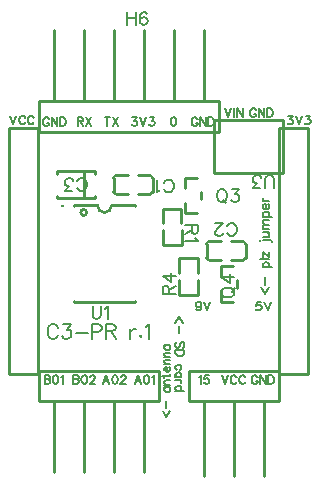
<source format=gto>
G04 Layer: TopSilkLayer*
G04 EasyEDA v6.3.53, 2020-06-11T20:36:36+02:00*
G04 f86898c5f0de4d6e8d1821827ec38a2b,d798ca008b2c48fc9d28453cf4f639a5,10*
G04 Gerber Generator version 0.2*
G04 Scale: 100 percent, Rotated: No, Reflected: No *
G04 Dimensions in millimeters *
G04 leading zeros omitted , absolute positions ,3 integer and 3 decimal *
%FSLAX33Y33*%
%MOMM*%
G90*
G71D02*

%ADD10C,0.254000*%
%ADD29C,0.203200*%
%ADD30C,0.152400*%
%ADD31C,0.202997*%

%LPD*%
G54D10*
G01X17145Y2159D02*
G01X17145Y-4191D01*
G01X19685Y2159D02*
G01X19685Y-4191D01*
G01X22225Y2159D02*
G01X22225Y-4191D01*
G01X23495Y2159D02*
G01X15875Y2159D01*
G01X15875Y4699D01*
G01X23495Y4699D01*
G01X23495Y2159D01*
G01X16955Y19244D02*
G01X16955Y19871D01*
G01X15556Y18058D02*
G01X15556Y18922D01*
G01X15556Y20193D02*
G01X15556Y21057D01*
G01X15556Y18058D02*
G01X16556Y18058D01*
G01X15556Y21057D02*
G01X16556Y21057D01*
G01X20003Y11751D02*
G01X20003Y12378D01*
G01X18604Y10565D02*
G01X18604Y11429D01*
G01X18604Y12700D02*
G01X18604Y13564D01*
G01X18604Y10565D02*
G01X19604Y10565D01*
G01X18604Y13564D02*
G01X19604Y13564D01*
G01X7950Y21590D02*
G01X6478Y21590D01*
G01X6478Y21590D01*
G01X4750Y21590D01*
G01X7949Y19304D02*
G01X4749Y19304D01*
G01X7949Y19304D02*
G01X7949Y19515D01*
G01X7949Y21378D02*
G01X7949Y21590D01*
G01X4749Y19304D02*
G01X4749Y19515D01*
G01X4749Y21378D02*
G01X4749Y21590D01*
G01X7039Y19304D02*
G01X7039Y21590D01*
G01X25984Y25268D02*
G01X25984Y4449D01*
G01X25984Y4449D02*
G01X23545Y4449D01*
G01X23545Y4449D02*
G01X23545Y25268D01*
G01X23545Y25268D02*
G01X25984Y25268D01*
G01X685Y4449D02*
G01X685Y25268D01*
G01X685Y25268D02*
G01X3124Y25268D01*
G01X3124Y25268D02*
G01X3124Y4449D01*
G01X3124Y4449D02*
G01X685Y4449D01*
G01X15278Y18440D02*
G01X13677Y18440D01*
G01X13683Y16590D02*
G01X13683Y15340D01*
G01X15283Y16590D02*
G01X15283Y15340D01*
G01X13677Y17190D02*
G01X13677Y18440D01*
G01X15278Y17190D02*
G01X15278Y18440D01*
G01X15283Y15340D02*
G01X13683Y15340D01*
G01X15074Y11150D02*
G01X16675Y11150D01*
G01X16669Y13000D02*
G01X16669Y14250D01*
G01X15069Y13000D02*
G01X15069Y14250D01*
G01X16675Y12400D02*
G01X16675Y11150D01*
G01X15074Y12400D02*
G01X15074Y11150D01*
G01X15069Y14250D02*
G01X16669Y14250D01*
G01X6163Y10505D02*
G01X11362Y10505D01*
G01X11362Y18704D02*
G01X11362Y18620D01*
G01X11362Y10589D02*
G01X11362Y10505D01*
G01X6163Y18704D02*
G01X6163Y18620D01*
G01X6163Y10589D02*
G01X6163Y10505D01*
G01X11362Y18704D02*
G01X9362Y18704D01*
G01X6163Y18704D02*
G01X8163Y18704D01*
G01X9525Y19846D02*
G01X9525Y21046D01*
G01X11575Y19646D02*
G01X12575Y19646D01*
G01X11575Y21247D02*
G01X12575Y21247D01*
G01X10775Y19646D02*
G01X9776Y19646D01*
G01X10775Y21247D02*
G01X9776Y21247D01*
G01X12826Y19846D02*
G01X12826Y21046D01*
G01X12626Y19646D02*
G01X12575Y19646D01*
G01X12625Y21247D02*
G01X12575Y21247D01*
G01X9725Y19646D02*
G01X9776Y19646D01*
G01X9726Y21247D02*
G01X9776Y21247D01*
G01X17399Y14258D02*
G01X17399Y15458D01*
G01X19449Y14058D02*
G01X20449Y14058D01*
G01X19449Y15659D02*
G01X20449Y15659D01*
G01X18649Y14058D02*
G01X17650Y14058D01*
G01X18649Y15659D02*
G01X17650Y15659D01*
G01X20700Y14258D02*
G01X20700Y15458D01*
G01X20500Y14058D02*
G01X20449Y14058D01*
G01X20499Y15659D02*
G01X20449Y15659D01*
G01X17599Y14058D02*
G01X17650Y14058D01*
G01X17600Y15659D02*
G01X17650Y15659D01*
G01X6985Y2159D02*
G01X6985Y-3841D01*
G01X9525Y2159D02*
G01X9525Y-3841D01*
G01X4445Y2159D02*
G01X4445Y-3841D01*
G01X12065Y2159D02*
G01X12065Y-3841D01*
G01X13335Y2159D02*
G01X3175Y2159D01*
G01X3175Y4699D01*
G01X13335Y4699D01*
G01X13335Y2159D01*
G01X23901Y21412D02*
G01X18059Y21412D01*
G01X18059Y21412D02*
G01X18059Y25908D01*
G01X18059Y25908D02*
G01X23901Y25908D01*
G01X23901Y25908D02*
G01X23901Y21412D01*
G01X4445Y27559D02*
G01X4445Y33559D01*
G01X6985Y27559D02*
G01X6985Y33559D01*
G01X9525Y27559D02*
G01X9525Y33559D01*
G01X12065Y27559D02*
G01X12065Y33559D01*
G01X14605Y27559D02*
G01X14605Y33559D01*
G01X17145Y27559D02*
G01X17145Y33559D01*
G01X3175Y27559D02*
G01X18415Y27559D01*
G01X18415Y24892D01*
G01X3175Y24892D01*
G01X3175Y27559D01*
G54D29*
G01X3683Y4312D02*
G01X3683Y3596D01*
G01X3683Y4312D02*
G01X3990Y4312D01*
G01X4091Y4279D01*
G01X4124Y4244D01*
G01X4160Y4175D01*
G01X4160Y4107D01*
G01X4124Y4041D01*
G01X4091Y4005D01*
G01X3990Y3972D01*
G01X3683Y3972D02*
G01X3990Y3972D01*
G01X4091Y3937D01*
G01X4124Y3903D01*
G01X4160Y3835D01*
G01X4160Y3733D01*
G01X4124Y3665D01*
G01X4091Y3632D01*
G01X3990Y3596D01*
G01X3683Y3596D01*
G01X4589Y4312D02*
G01X4488Y4279D01*
G01X4419Y4175D01*
G01X4384Y4005D01*
G01X4384Y3903D01*
G01X4419Y3733D01*
G01X4488Y3632D01*
G01X4589Y3596D01*
G01X4658Y3596D01*
G01X4759Y3632D01*
G01X4828Y3733D01*
G01X4861Y3903D01*
G01X4861Y4005D01*
G01X4828Y4175D01*
G01X4759Y4279D01*
G01X4658Y4312D01*
G01X4589Y4312D01*
G01X5087Y4175D02*
G01X5156Y4211D01*
G01X5257Y4312D01*
G01X5257Y3596D01*
G01X6096Y4312D02*
G01X6096Y3596D01*
G01X6096Y4312D02*
G01X6403Y4312D01*
G01X6504Y4279D01*
G01X6537Y4244D01*
G01X6573Y4175D01*
G01X6573Y4107D01*
G01X6537Y4041D01*
G01X6504Y4005D01*
G01X6403Y3972D01*
G01X6096Y3972D02*
G01X6403Y3972D01*
G01X6504Y3937D01*
G01X6537Y3903D01*
G01X6573Y3835D01*
G01X6573Y3733D01*
G01X6537Y3665D01*
G01X6504Y3632D01*
G01X6403Y3596D01*
G01X6096Y3596D01*
G01X7002Y4312D02*
G01X6901Y4279D01*
G01X6832Y4175D01*
G01X6797Y4005D01*
G01X6797Y3903D01*
G01X6832Y3733D01*
G01X6901Y3632D01*
G01X7002Y3596D01*
G01X7071Y3596D01*
G01X7172Y3632D01*
G01X7241Y3733D01*
G01X7274Y3903D01*
G01X7274Y4005D01*
G01X7241Y4175D01*
G01X7172Y4279D01*
G01X7071Y4312D01*
G01X7002Y4312D01*
G01X7533Y4142D02*
G01X7533Y4175D01*
G01X7569Y4244D01*
G01X7602Y4279D01*
G01X7670Y4312D01*
G01X7807Y4312D01*
G01X7876Y4279D01*
G01X7909Y4244D01*
G01X7942Y4175D01*
G01X7942Y4107D01*
G01X7909Y4041D01*
G01X7840Y3937D01*
G01X7500Y3596D01*
G01X7978Y3596D01*
G01X8907Y4312D02*
G01X8636Y3596D01*
G01X8907Y4312D02*
G01X9182Y3596D01*
G01X8737Y3835D02*
G01X9077Y3835D01*
G01X9611Y4312D02*
G01X9509Y4279D01*
G01X9441Y4175D01*
G01X9405Y4005D01*
G01X9405Y3903D01*
G01X9441Y3733D01*
G01X9509Y3632D01*
G01X9611Y3596D01*
G01X9679Y3596D01*
G01X9781Y3632D01*
G01X9850Y3733D01*
G01X9883Y3903D01*
G01X9883Y4005D01*
G01X9850Y4175D01*
G01X9781Y4279D01*
G01X9679Y4312D01*
G01X9611Y4312D01*
G01X10142Y4142D02*
G01X10142Y4175D01*
G01X10177Y4244D01*
G01X10210Y4279D01*
G01X10279Y4312D01*
G01X10416Y4312D01*
G01X10482Y4279D01*
G01X10518Y4244D01*
G01X10551Y4175D01*
G01X10551Y4107D01*
G01X10518Y4041D01*
G01X10449Y3937D01*
G01X10109Y3596D01*
G01X10586Y3596D01*
G01X11574Y4312D02*
G01X11303Y3596D01*
G01X11574Y4312D02*
G01X11849Y3596D01*
G01X11404Y3835D02*
G01X11744Y3835D01*
G01X12278Y4312D02*
G01X12176Y4279D01*
G01X12108Y4175D01*
G01X12072Y4005D01*
G01X12072Y3903D01*
G01X12108Y3733D01*
G01X12176Y3632D01*
G01X12278Y3596D01*
G01X12346Y3596D01*
G01X12448Y3632D01*
G01X12517Y3733D01*
G01X12550Y3903D01*
G01X12550Y4005D01*
G01X12517Y4175D01*
G01X12448Y4279D01*
G01X12346Y4312D01*
G01X12278Y4312D01*
G01X12776Y4175D02*
G01X12844Y4211D01*
G01X12946Y4312D01*
G01X12946Y3596D01*
G01X16764Y4175D02*
G01X16832Y4211D01*
G01X16934Y4312D01*
G01X16934Y3596D01*
G01X17569Y4312D02*
G01X17228Y4312D01*
G01X17193Y4005D01*
G01X17228Y4041D01*
G01X17330Y4074D01*
G01X17432Y4074D01*
G01X17533Y4041D01*
G01X17602Y3972D01*
G01X17637Y3868D01*
G01X17637Y3802D01*
G01X17602Y3698D01*
G01X17533Y3632D01*
G01X17432Y3596D01*
G01X17330Y3596D01*
G01X17228Y3632D01*
G01X17193Y3665D01*
G01X17160Y3733D01*
G01X18669Y4312D02*
G01X18940Y3596D01*
G01X19215Y4312D02*
G01X18940Y3596D01*
G01X19951Y4142D02*
G01X19916Y4211D01*
G01X19847Y4279D01*
G01X19781Y4312D01*
G01X19644Y4312D01*
G01X19575Y4279D01*
G01X19507Y4211D01*
G01X19474Y4142D01*
G01X19438Y4041D01*
G01X19438Y3868D01*
G01X19474Y3766D01*
G01X19507Y3698D01*
G01X19575Y3632D01*
G01X19644Y3596D01*
G01X19781Y3596D01*
G01X19847Y3632D01*
G01X19916Y3698D01*
G01X19951Y3766D01*
G01X20688Y4142D02*
G01X20652Y4211D01*
G01X20584Y4279D01*
G01X20515Y4312D01*
G01X20380Y4312D01*
G01X20312Y4279D01*
G01X20243Y4211D01*
G01X20210Y4142D01*
G01X20175Y4041D01*
G01X20175Y3868D01*
G01X20210Y3766D01*
G01X20243Y3698D01*
G01X20312Y3632D01*
G01X20380Y3596D01*
G01X20515Y3596D01*
G01X20584Y3632D01*
G01X20652Y3698D01*
G01X20688Y3766D01*
G01X21719Y4142D02*
G01X21686Y4211D01*
G01X21617Y4279D01*
G01X21549Y4312D01*
G01X21414Y4312D01*
G01X21346Y4279D01*
G01X21277Y4211D01*
G01X21242Y4142D01*
G01X21209Y4041D01*
G01X21209Y3868D01*
G01X21242Y3766D01*
G01X21277Y3698D01*
G01X21346Y3632D01*
G01X21414Y3596D01*
G01X21549Y3596D01*
G01X21617Y3632D01*
G01X21686Y3698D01*
G01X21719Y3766D01*
G01X21719Y3868D01*
G01X21549Y3868D02*
G01X21719Y3868D01*
G01X21945Y4312D02*
G01X21945Y3596D01*
G01X21945Y4312D02*
G01X22423Y3596D01*
G01X22423Y4312D02*
G01X22423Y3596D01*
G01X22646Y4312D02*
G01X22646Y3596D01*
G01X22646Y4312D02*
G01X22885Y4312D01*
G01X22989Y4279D01*
G01X23055Y4211D01*
G01X23091Y4142D01*
G01X23124Y4041D01*
G01X23124Y3868D01*
G01X23091Y3766D01*
G01X23055Y3698D01*
G01X22989Y3632D01*
G01X22885Y3596D01*
G01X22646Y3596D01*
G01X13695Y1308D02*
G01X14003Y762D01*
G01X14310Y1308D01*
G01X14003Y1531D02*
G01X14003Y2146D01*
G01X13832Y3304D02*
G01X14310Y3304D01*
G01X13934Y3304D02*
G01X13865Y3235D01*
G01X13832Y3169D01*
G01X13832Y3065D01*
G01X13865Y2997D01*
G01X13934Y2931D01*
G01X14038Y2895D01*
G01X14104Y2895D01*
G01X14208Y2931D01*
G01X14274Y2997D01*
G01X14310Y3065D01*
G01X14310Y3169D01*
G01X14274Y3235D01*
G01X14208Y3304D01*
G01X13832Y3530D02*
G01X14310Y3530D01*
G01X13970Y3530D02*
G01X13865Y3632D01*
G01X13832Y3700D01*
G01X13832Y3802D01*
G01X13865Y3870D01*
G01X13970Y3903D01*
G01X14310Y3903D01*
G01X13594Y4231D02*
G01X14173Y4231D01*
G01X14274Y4267D01*
G01X14310Y4335D01*
G01X14310Y4401D01*
G01X13832Y4130D02*
G01X13832Y4368D01*
G01X14038Y4627D02*
G01X14038Y5036D01*
G01X13970Y5036D01*
G01X13901Y5003D01*
G01X13865Y4968D01*
G01X13832Y4899D01*
G01X13832Y4798D01*
G01X13865Y4729D01*
G01X13934Y4660D01*
G01X14038Y4627D01*
G01X14104Y4627D01*
G01X14208Y4660D01*
G01X14274Y4729D01*
G01X14310Y4798D01*
G01X14310Y4899D01*
G01X14274Y4968D01*
G01X14208Y5036D01*
G01X13832Y5262D02*
G01X14310Y5262D01*
G01X13970Y5262D02*
G01X13865Y5364D01*
G01X13832Y5433D01*
G01X13832Y5534D01*
G01X13865Y5603D01*
G01X13970Y5636D01*
G01X14310Y5636D01*
G01X13832Y5862D02*
G01X14310Y5862D01*
G01X13970Y5862D02*
G01X13865Y5963D01*
G01X13832Y6032D01*
G01X13832Y6134D01*
G01X13865Y6202D01*
G01X13970Y6238D01*
G01X14310Y6238D01*
G01X13832Y6870D02*
G01X14310Y6870D01*
G01X13934Y6870D02*
G01X13865Y6802D01*
G01X13832Y6733D01*
G01X13832Y6631D01*
G01X13865Y6563D01*
G01X13934Y6497D01*
G01X14038Y6461D01*
G01X14104Y6461D01*
G01X14208Y6497D01*
G01X14274Y6563D01*
G01X14310Y6631D01*
G01X14310Y6733D01*
G01X14274Y6802D01*
G01X14208Y6870D01*
G01X16951Y10297D02*
G01X16918Y10195D01*
G01X16850Y10126D01*
G01X16748Y10091D01*
G01X16715Y10091D01*
G01X16611Y10126D01*
G01X16543Y10195D01*
G01X16510Y10297D01*
G01X16510Y10330D01*
G01X16543Y10434D01*
G01X16611Y10502D01*
G01X16715Y10535D01*
G01X16748Y10535D01*
G01X16850Y10502D01*
G01X16918Y10434D01*
G01X16951Y10297D01*
G01X16951Y10126D01*
G01X16918Y9956D01*
G01X16850Y9855D01*
G01X16748Y9819D01*
G01X16680Y9819D01*
G01X16578Y9855D01*
G01X16543Y9921D01*
G01X17178Y10535D02*
G01X17449Y9819D01*
G01X17724Y10535D02*
G01X17449Y9819D01*
G01X21998Y10535D02*
G01X21658Y10535D01*
G01X21623Y10228D01*
G01X21658Y10264D01*
G01X21760Y10297D01*
G01X21861Y10297D01*
G01X21965Y10264D01*
G01X22031Y10195D01*
G01X22067Y10091D01*
G01X22067Y10025D01*
G01X22031Y9921D01*
G01X21965Y9855D01*
G01X21861Y9819D01*
G01X21760Y9819D01*
G01X21658Y9855D01*
G01X21623Y9888D01*
G01X21590Y9956D01*
G01X22291Y10535D02*
G01X22565Y9819D01*
G01X22837Y10535D02*
G01X22565Y9819D01*
G01X4066Y25986D02*
G01X4033Y26055D01*
G01X3964Y26123D01*
G01X3896Y26156D01*
G01X3761Y26156D01*
G01X3693Y26123D01*
G01X3624Y26055D01*
G01X3589Y25986D01*
G01X3556Y25885D01*
G01X3556Y25712D01*
G01X3589Y25610D01*
G01X3624Y25542D01*
G01X3693Y25476D01*
G01X3761Y25440D01*
G01X3896Y25440D01*
G01X3964Y25476D01*
G01X4033Y25542D01*
G01X4066Y25610D01*
G01X4066Y25712D01*
G01X3896Y25712D02*
G01X4066Y25712D01*
G01X4292Y26156D02*
G01X4292Y25440D01*
G01X4292Y26156D02*
G01X4770Y25440D01*
G01X4770Y26156D02*
G01X4770Y25440D01*
G01X4993Y26156D02*
G01X4993Y25440D01*
G01X4993Y26156D02*
G01X5232Y26156D01*
G01X5336Y26123D01*
G01X5402Y26055D01*
G01X5438Y25986D01*
G01X5471Y25885D01*
G01X5471Y25712D01*
G01X5438Y25610D01*
G01X5402Y25542D01*
G01X5336Y25476D01*
G01X5232Y25440D01*
G01X4993Y25440D01*
G01X6477Y26156D02*
G01X6477Y25440D01*
G01X6477Y26156D02*
G01X6784Y26156D01*
G01X6885Y26123D01*
G01X6918Y26088D01*
G01X6954Y26019D01*
G01X6954Y25951D01*
G01X6918Y25885D01*
G01X6885Y25849D01*
G01X6784Y25816D01*
G01X6477Y25816D01*
G01X6715Y25816D02*
G01X6954Y25440D01*
G01X7178Y26156D02*
G01X7655Y25440D01*
G01X7655Y26156D02*
G01X7178Y25440D01*
G01X9001Y26156D02*
G01X9001Y25440D01*
G01X8763Y26156D02*
G01X9240Y26156D01*
G01X9464Y26156D02*
G01X9941Y25440D01*
G01X9941Y26156D02*
G01X9464Y25440D01*
G01X11117Y26156D02*
G01X11490Y26156D01*
G01X11287Y25885D01*
G01X11389Y25885D01*
G01X11457Y25849D01*
G01X11490Y25816D01*
G01X11526Y25712D01*
G01X11526Y25646D01*
G01X11490Y25542D01*
G01X11424Y25476D01*
G01X11320Y25440D01*
G01X11219Y25440D01*
G01X11117Y25476D01*
G01X11082Y25509D01*
G01X11049Y25577D01*
G01X11750Y26156D02*
G01X12024Y25440D01*
G01X12296Y26156D02*
G01X12024Y25440D01*
G01X12590Y26156D02*
G01X12964Y26156D01*
G01X12760Y25885D01*
G01X12862Y25885D01*
G01X12931Y25849D01*
G01X12964Y25816D01*
G01X12999Y25712D01*
G01X12999Y25646D01*
G01X12964Y25542D01*
G01X12895Y25476D01*
G01X12793Y25440D01*
G01X12692Y25440D01*
G01X12590Y25476D01*
G01X12555Y25509D01*
G01X12522Y25577D01*
G01X14556Y26156D02*
G01X14452Y26123D01*
G01X14384Y26019D01*
G01X14351Y25849D01*
G01X14351Y25747D01*
G01X14384Y25577D01*
G01X14452Y25476D01*
G01X14556Y25440D01*
G01X14622Y25440D01*
G01X14726Y25476D01*
G01X14792Y25577D01*
G01X14828Y25747D01*
G01X14828Y25849D01*
G01X14792Y26019D01*
G01X14726Y26123D01*
G01X14622Y26156D01*
G01X14556Y26156D01*
G01X16639Y25986D02*
G01X16606Y26055D01*
G01X16537Y26123D01*
G01X16469Y26156D01*
G01X16334Y26156D01*
G01X16266Y26123D01*
G01X16197Y26055D01*
G01X16162Y25986D01*
G01X16129Y25885D01*
G01X16129Y25712D01*
G01X16162Y25610D01*
G01X16197Y25542D01*
G01X16266Y25476D01*
G01X16334Y25440D01*
G01X16469Y25440D01*
G01X16537Y25476D01*
G01X16606Y25542D01*
G01X16639Y25610D01*
G01X16639Y25712D01*
G01X16469Y25712D02*
G01X16639Y25712D01*
G01X16865Y26156D02*
G01X16865Y25440D01*
G01X16865Y26156D02*
G01X17343Y25440D01*
G01X17343Y26156D02*
G01X17343Y25440D01*
G01X17566Y26156D02*
G01X17566Y25440D01*
G01X17566Y26156D02*
G01X17805Y26156D01*
G01X17909Y26123D01*
G01X17975Y26055D01*
G01X18011Y25986D01*
G01X18044Y25885D01*
G01X18044Y25712D01*
G01X18011Y25610D01*
G01X17975Y25542D01*
G01X17909Y25476D01*
G01X17805Y25440D01*
G01X17566Y25440D01*
G01X15387Y8724D02*
G01X15079Y9271D01*
G01X14772Y8724D01*
G01X15079Y8501D02*
G01X15079Y7886D01*
G01X15387Y6659D02*
G01X15455Y6728D01*
G01X15488Y6830D01*
G01X15488Y6967D01*
G01X15455Y7068D01*
G01X15387Y7137D01*
G01X15318Y7137D01*
G01X15250Y7101D01*
G01X15217Y7068D01*
G01X15181Y7000D01*
G01X15113Y6797D01*
G01X15079Y6728D01*
G01X15044Y6692D01*
G01X14978Y6659D01*
G01X14874Y6659D01*
G01X14808Y6728D01*
G01X14772Y6830D01*
G01X14772Y6967D01*
G01X14808Y7068D01*
G01X14874Y7137D01*
G01X15488Y6433D02*
G01X14772Y6433D01*
G01X15488Y6433D02*
G01X15488Y6195D01*
G01X15455Y6093D01*
G01X15387Y6024D01*
G01X15318Y5991D01*
G01X15217Y5956D01*
G01X15044Y5956D01*
G01X14942Y5991D01*
G01X14874Y6024D01*
G01X14808Y6093D01*
G01X14772Y6195D01*
G01X14772Y6433D01*
G01X15148Y4798D02*
G01X15217Y4866D01*
G01X15250Y4935D01*
G01X15250Y5036D01*
G01X15217Y5105D01*
G01X15148Y5173D01*
G01X15044Y5207D01*
G01X14978Y5207D01*
G01X14874Y5173D01*
G01X14808Y5105D01*
G01X14772Y5036D01*
G01X14772Y4935D01*
G01X14808Y4866D01*
G01X14874Y4798D01*
G01X15250Y4163D02*
G01X14772Y4163D01*
G01X15148Y4163D02*
G01X15217Y4231D01*
G01X15250Y4300D01*
G01X15250Y4401D01*
G01X15217Y4470D01*
G01X15148Y4538D01*
G01X15044Y4574D01*
G01X14978Y4574D01*
G01X14874Y4538D01*
G01X14808Y4470D01*
G01X14772Y4401D01*
G01X14772Y4300D01*
G01X14808Y4231D01*
G01X14874Y4163D01*
G01X15250Y3939D02*
G01X14772Y3939D01*
G01X15044Y3939D02*
G01X15148Y3903D01*
G01X15217Y3837D01*
G01X15250Y3769D01*
G01X15250Y3665D01*
G01X15488Y3032D02*
G01X14772Y3032D01*
G01X15148Y3032D02*
G01X15217Y3101D01*
G01X15250Y3169D01*
G01X15250Y3271D01*
G01X15217Y3340D01*
G01X15148Y3406D01*
G01X15044Y3441D01*
G01X14978Y3441D01*
G01X14874Y3406D01*
G01X14808Y3340D01*
G01X14772Y3271D01*
G01X14772Y3169D01*
G01X14808Y3101D01*
G01X14874Y3032D01*
G01X762Y26283D02*
G01X1033Y25567D01*
G01X1308Y26283D02*
G01X1033Y25567D01*
G01X2044Y26113D02*
G01X2009Y26182D01*
G01X1940Y26250D01*
G01X1874Y26283D01*
G01X1737Y26283D01*
G01X1668Y26250D01*
G01X1600Y26182D01*
G01X1567Y26113D01*
G01X1531Y26012D01*
G01X1531Y25839D01*
G01X1567Y25737D01*
G01X1600Y25669D01*
G01X1668Y25603D01*
G01X1737Y25567D01*
G01X1874Y25567D01*
G01X1940Y25603D01*
G01X2009Y25669D01*
G01X2044Y25737D01*
G01X2781Y26113D02*
G01X2745Y26182D01*
G01X2677Y26250D01*
G01X2608Y26283D01*
G01X2473Y26283D01*
G01X2405Y26250D01*
G01X2336Y26182D01*
G01X2303Y26113D01*
G01X2268Y26012D01*
G01X2268Y25839D01*
G01X2303Y25737D01*
G01X2336Y25669D01*
G01X2405Y25603D01*
G01X2473Y25567D01*
G01X2608Y25567D01*
G01X2677Y25603D01*
G01X2745Y25669D01*
G01X2781Y25737D01*
G01X24325Y26283D02*
G01X24698Y26283D01*
G01X24495Y26012D01*
G01X24597Y26012D01*
G01X24665Y25976D01*
G01X24698Y25943D01*
G01X24734Y25839D01*
G01X24734Y25773D01*
G01X24698Y25669D01*
G01X24632Y25603D01*
G01X24528Y25567D01*
G01X24427Y25567D01*
G01X24325Y25603D01*
G01X24290Y25636D01*
G01X24257Y25704D01*
G01X24958Y26283D02*
G01X25232Y25567D01*
G01X25504Y26283D02*
G01X25232Y25567D01*
G01X25798Y26283D02*
G01X26172Y26283D01*
G01X25968Y26012D01*
G01X26070Y26012D01*
G01X26139Y25976D01*
G01X26172Y25943D01*
G01X26207Y25839D01*
G01X26207Y25773D01*
G01X26172Y25669D01*
G01X26103Y25603D01*
G01X26001Y25567D01*
G01X25900Y25567D01*
G01X25798Y25603D01*
G01X25763Y25636D01*
G01X25730Y25704D01*
G01X21592Y26748D02*
G01X21559Y26817D01*
G01X21490Y26885D01*
G01X21422Y26918D01*
G01X21287Y26918D01*
G01X21219Y26885D01*
G01X21150Y26817D01*
G01X21115Y26748D01*
G01X21082Y26647D01*
G01X21082Y26474D01*
G01X21115Y26372D01*
G01X21150Y26304D01*
G01X21219Y26238D01*
G01X21287Y26202D01*
G01X21422Y26202D01*
G01X21490Y26238D01*
G01X21559Y26304D01*
G01X21592Y26372D01*
G01X21592Y26474D01*
G01X21422Y26474D02*
G01X21592Y26474D01*
G01X21818Y26918D02*
G01X21818Y26202D01*
G01X21818Y26918D02*
G01X22296Y26202D01*
G01X22296Y26918D02*
G01X22296Y26202D01*
G01X22519Y26918D02*
G01X22519Y26202D01*
G01X22519Y26918D02*
G01X22758Y26918D01*
G01X22862Y26885D01*
G01X22928Y26817D01*
G01X22964Y26748D01*
G01X22997Y26647D01*
G01X22997Y26474D01*
G01X22964Y26372D01*
G01X22928Y26304D01*
G01X22862Y26238D01*
G01X22758Y26202D01*
G01X22519Y26202D01*
G01X4790Y8343D02*
G01X4732Y8455D01*
G01X4617Y8569D01*
G01X4505Y8628D01*
G01X4277Y8628D01*
G01X4163Y8569D01*
G01X4051Y8455D01*
G01X3992Y8343D01*
G01X3937Y8173D01*
G01X3937Y7889D01*
G01X3992Y7719D01*
G01X4051Y7604D01*
G01X4163Y7490D01*
G01X4277Y7434D01*
G01X4505Y7434D01*
G01X4617Y7490D01*
G01X4732Y7604D01*
G01X4790Y7719D01*
G01X5278Y8628D02*
G01X5902Y8628D01*
G01X5562Y8173D01*
G01X5732Y8173D01*
G01X5847Y8115D01*
G01X5902Y8059D01*
G01X5958Y7889D01*
G01X5958Y7774D01*
G01X5902Y7604D01*
G01X5788Y7490D01*
G01X5618Y7434D01*
G01X5448Y7434D01*
G01X5278Y7490D01*
G01X5222Y7548D01*
G01X5163Y7660D01*
G01X6334Y7945D02*
G01X7358Y7945D01*
G01X7731Y8628D02*
G01X7731Y7434D01*
G01X7731Y8628D02*
G01X8244Y8628D01*
G01X8415Y8569D01*
G01X8470Y8514D01*
G01X8526Y8399D01*
G01X8526Y8229D01*
G01X8470Y8115D01*
G01X8415Y8059D01*
G01X8244Y8003D01*
G01X7731Y8003D01*
G01X8902Y8628D02*
G01X8902Y7434D01*
G01X8902Y8628D02*
G01X9413Y8628D01*
G01X9585Y8569D01*
G01X9641Y8514D01*
G01X9697Y8399D01*
G01X9697Y8285D01*
G01X9641Y8173D01*
G01X9585Y8115D01*
G01X9413Y8059D01*
G01X8902Y8059D01*
G01X9301Y8059D02*
G01X9697Y7434D01*
G01X10947Y8229D02*
G01X10947Y7434D01*
G01X10947Y7889D02*
G01X11005Y8059D01*
G01X11117Y8173D01*
G01X11231Y8229D01*
G01X11402Y8229D01*
G01X11833Y7719D02*
G01X11777Y7660D01*
G01X11833Y7604D01*
G01X11892Y7660D01*
G01X11833Y7719D01*
G01X12265Y8399D02*
G01X12379Y8455D01*
G01X12550Y8628D01*
G01X12550Y7434D01*
G01X22034Y11757D02*
G01X22362Y11176D01*
G01X22689Y11757D01*
G01X22362Y11998D02*
G01X22362Y12651D01*
G01X22179Y13451D02*
G01X22943Y13451D01*
G01X22288Y13451D02*
G01X22217Y13525D01*
G01X22179Y13596D01*
G01X22179Y13705D01*
G01X22217Y13779D01*
G01X22288Y13853D01*
G01X22397Y13888D01*
G01X22471Y13888D01*
G01X22580Y13853D01*
G01X22654Y13779D01*
G01X22689Y13705D01*
G01X22689Y13596D01*
G01X22654Y13525D01*
G01X22580Y13451D01*
G01X21925Y14127D02*
G01X22689Y14127D01*
G01X22179Y14767D02*
G01X22689Y14368D01*
G01X22179Y14368D02*
G01X22179Y14767D01*
G01X22689Y14368D02*
G01X22689Y14767D01*
G01X21925Y15714D02*
G01X21960Y15750D01*
G01X21925Y15786D01*
G01X21889Y15750D01*
G01X21925Y15714D01*
G01X22179Y15750D02*
G01X22799Y15750D01*
G01X22908Y15714D01*
G01X22943Y15641D01*
G01X22943Y15567D01*
G01X22179Y16027D02*
G01X22545Y16027D01*
G01X22654Y16062D01*
G01X22689Y16136D01*
G01X22689Y16245D01*
G01X22654Y16316D01*
G01X22545Y16426D01*
G01X22179Y16426D02*
G01X22689Y16426D01*
G01X22179Y16667D02*
G01X22689Y16667D01*
G01X22326Y16667D02*
G01X22217Y16776D01*
G01X22179Y16847D01*
G01X22179Y16957D01*
G01X22217Y17030D01*
G01X22326Y17066D01*
G01X22689Y17066D01*
G01X22326Y17066D02*
G01X22217Y17175D01*
G01X22179Y17249D01*
G01X22179Y17358D01*
G01X22217Y17429D01*
G01X22326Y17467D01*
G01X22689Y17467D01*
G01X22179Y17706D02*
G01X22943Y17706D01*
G01X22288Y17706D02*
G01X22217Y17780D01*
G01X22179Y17851D01*
G01X22179Y17960D01*
G01X22217Y18034D01*
G01X22288Y18107D01*
G01X22397Y18143D01*
G01X22471Y18143D01*
G01X22580Y18107D01*
G01X22654Y18034D01*
G01X22689Y17960D01*
G01X22689Y17851D01*
G01X22654Y17780D01*
G01X22580Y17706D01*
G01X22397Y18384D02*
G01X22397Y18818D01*
G01X22326Y18818D01*
G01X22252Y18783D01*
G01X22217Y18747D01*
G01X22179Y18674D01*
G01X22179Y18564D01*
G01X22217Y18491D01*
G01X22288Y18420D01*
G01X22397Y18384D01*
G01X22471Y18384D01*
G01X22580Y18420D01*
G01X22654Y18491D01*
G01X22689Y18564D01*
G01X22689Y18674D01*
G01X22654Y18747D01*
G01X22580Y18818D01*
G01X22179Y19060D02*
G01X22689Y19060D01*
G01X22397Y19060D02*
G01X22288Y19095D01*
G01X22217Y19169D01*
G01X22179Y19240D01*
G01X22179Y19349D01*
G54D30*
G01X18600Y20076D02*
G01X18496Y20025D01*
G01X18392Y19921D01*
G01X18338Y19817D01*
G01X18288Y19659D01*
G01X18288Y19400D01*
G01X18338Y19245D01*
G01X18392Y19141D01*
G01X18496Y19037D01*
G01X18600Y18986D01*
G01X18808Y18986D01*
G01X18910Y19037D01*
G01X19014Y19141D01*
G01X19067Y19245D01*
G01X19118Y19400D01*
G01X19118Y19659D01*
G01X19067Y19817D01*
G01X19014Y19921D01*
G01X18910Y20025D01*
G01X18808Y20076D01*
G01X18600Y20076D01*
G01X18755Y19192D02*
G01X19067Y18882D01*
G01X19565Y20076D02*
G01X20137Y20076D01*
G01X19824Y19659D01*
G01X19982Y19659D01*
G01X20086Y19608D01*
G01X20137Y19558D01*
G01X20190Y19400D01*
G01X20190Y19296D01*
G01X20137Y19141D01*
G01X20032Y19037D01*
G01X19878Y18986D01*
G01X19723Y18986D01*
G01X19565Y19037D01*
G01X19514Y19088D01*
G01X19461Y19192D01*
G01X18658Y11234D02*
G01X18709Y11130D01*
G01X18813Y11026D01*
G01X18917Y10972D01*
G01X19075Y10922D01*
G01X19334Y10922D01*
G01X19489Y10972D01*
G01X19593Y11026D01*
G01X19697Y11130D01*
G01X19748Y11234D01*
G01X19748Y11442D01*
G01X19697Y11544D01*
G01X19593Y11648D01*
G01X19489Y11701D01*
G01X19334Y11752D01*
G01X19075Y11752D01*
G01X18917Y11701D01*
G01X18813Y11648D01*
G01X18709Y11544D01*
G01X18658Y11442D01*
G01X18658Y11234D01*
G01X19542Y11389D02*
G01X19852Y11701D01*
G01X18658Y12616D02*
G01X19385Y12095D01*
G01X19385Y12875D01*
G01X18658Y12616D02*
G01X19748Y12616D01*
G01X6459Y20187D02*
G01X6512Y20083D01*
G01X6616Y19979D01*
G01X6718Y19928D01*
G01X6926Y19928D01*
G01X7030Y19979D01*
G01X7134Y20083D01*
G01X7188Y20187D01*
G01X7239Y20345D01*
G01X7239Y20604D01*
G01X7188Y20759D01*
G01X7134Y20863D01*
G01X7030Y20967D01*
G01X6926Y21018D01*
G01X6718Y21018D01*
G01X6616Y20967D01*
G01X6512Y20863D01*
G01X6459Y20759D01*
G01X6012Y19928D02*
G01X5440Y19928D01*
G01X5753Y20345D01*
G01X5598Y20345D01*
G01X5494Y20396D01*
G01X5440Y20447D01*
G01X5389Y20604D01*
G01X5389Y20708D01*
G01X5440Y20863D01*
G01X5544Y20967D01*
G01X5702Y21018D01*
G01X5857Y21018D01*
G01X6012Y20967D01*
G01X6065Y20916D01*
G01X6116Y20812D01*
G01X16647Y17018D02*
G01X15557Y17018D01*
G01X16647Y17018D02*
G01X16647Y16550D01*
G01X16596Y16395D01*
G01X16543Y16342D01*
G01X16438Y16291D01*
G01X16334Y16291D01*
G01X16230Y16342D01*
G01X16179Y16395D01*
G01X16129Y16550D01*
G01X16129Y17018D01*
G01X16129Y16654D02*
G01X15557Y16291D01*
G01X16438Y15948D02*
G01X16492Y15844D01*
G01X16647Y15687D01*
G01X15557Y15687D01*
G01X13705Y11176D02*
G01X14795Y11176D01*
G01X13705Y11176D02*
G01X13705Y11643D01*
G01X13756Y11798D01*
G01X13809Y11851D01*
G01X13914Y11902D01*
G01X14018Y11902D01*
G01X14122Y11851D01*
G01X14173Y11798D01*
G01X14224Y11643D01*
G01X14224Y11176D01*
G01X14224Y11539D02*
G01X14795Y11902D01*
G01X13705Y12766D02*
G01X14432Y12245D01*
G01X14432Y13025D01*
G01X13705Y12766D02*
G01X14795Y12766D01*
G01X7747Y10170D02*
G01X7747Y9390D01*
G01X7797Y9235D01*
G01X7901Y9131D01*
G01X8059Y9080D01*
G01X8163Y9080D01*
G01X8318Y9131D01*
G01X8422Y9235D01*
G01X8473Y9390D01*
G01X8473Y10170D01*
G01X8816Y9961D02*
G01X8920Y10015D01*
G01X9077Y10170D01*
G01X9077Y9080D01*
G01X13825Y20060D02*
G01X13878Y19956D01*
G01X13982Y19852D01*
G01X14084Y19801D01*
G01X14292Y19801D01*
G01X14396Y19852D01*
G01X14500Y19956D01*
G01X14554Y20060D01*
G01X14605Y20218D01*
G01X14605Y20477D01*
G01X14554Y20632D01*
G01X14500Y20736D01*
G01X14396Y20840D01*
G01X14292Y20891D01*
G01X14084Y20891D01*
G01X13982Y20840D01*
G01X13878Y20736D01*
G01X13825Y20632D01*
G01X13482Y20010D02*
G01X13378Y19956D01*
G01X13223Y19801D01*
G01X13223Y20891D01*
G01X19159Y16377D02*
G01X19212Y16273D01*
G01X19316Y16169D01*
G01X19418Y16118D01*
G01X19626Y16118D01*
G01X19730Y16169D01*
G01X19834Y16273D01*
G01X19888Y16377D01*
G01X19939Y16535D01*
G01X19939Y16794D01*
G01X19888Y16949D01*
G01X19834Y17053D01*
G01X19730Y17157D01*
G01X19626Y17208D01*
G01X19418Y17208D01*
G01X19316Y17157D01*
G01X19212Y17053D01*
G01X19159Y16949D01*
G01X18765Y16377D02*
G01X18765Y16327D01*
G01X18712Y16222D01*
G01X18661Y16169D01*
G01X18557Y16118D01*
G01X18348Y16118D01*
G01X18244Y16169D01*
G01X18194Y16222D01*
G01X18140Y16327D01*
G01X18140Y16431D01*
G01X18194Y16535D01*
G01X18298Y16690D01*
G01X18816Y17208D01*
G01X18089Y17208D01*
G01X23114Y20182D02*
G01X23114Y20962D01*
G01X23063Y21117D01*
G01X22959Y21221D01*
G01X22801Y21272D01*
G01X22697Y21272D01*
G01X22542Y21221D01*
G01X22438Y21117D01*
G01X22387Y20962D01*
G01X22387Y20182D01*
G01X21940Y20182D02*
G01X21369Y20182D01*
G01X21678Y20599D01*
G01X21523Y20599D01*
G01X21419Y20650D01*
G01X21369Y20701D01*
G01X21315Y20858D01*
G01X21315Y20962D01*
G01X21369Y21117D01*
G01X21473Y21221D01*
G01X21628Y21272D01*
G01X21783Y21272D01*
G01X21940Y21221D01*
G01X21991Y21170D01*
G01X22044Y21066D01*
G54D31*
G01X18923Y26969D02*
G01X19215Y26205D01*
G01X19504Y26969D02*
G01X19215Y26205D01*
G01X19745Y26969D02*
G01X19745Y26205D01*
G01X19984Y26969D02*
G01X19984Y26205D01*
G01X19984Y26969D02*
G01X20492Y26205D01*
G01X20492Y26969D02*
G01X20492Y26205D01*
G54D30*
G01X10668Y35062D02*
G01X10668Y33972D01*
G01X11394Y35062D02*
G01X11394Y33972D01*
G01X10668Y34544D02*
G01X11394Y34544D01*
G01X12362Y34907D02*
G01X12308Y35011D01*
G01X12153Y35062D01*
G01X12049Y35062D01*
G01X11894Y35011D01*
G01X11790Y34853D01*
G01X11737Y34594D01*
G01X11737Y34335D01*
G01X11790Y34127D01*
G01X11894Y34023D01*
G01X12049Y33972D01*
G01X12103Y33972D01*
G01X12258Y34023D01*
G01X12362Y34127D01*
G01X12412Y34282D01*
G01X12412Y34335D01*
G01X12362Y34490D01*
G01X12258Y34594D01*
G01X12103Y34645D01*
G01X12049Y34645D01*
G01X11894Y34594D01*
G01X11790Y34490D01*
G01X11737Y34335D01*
G54D10*
G75*
G01X9363Y18705D02*
G02X8162Y18706I-600J0D01*
G01*
G75*
G01X12826Y19847D02*
G02X12626Y19647I-200J0D01*
G01*
G75*
G01X12826Y21047D02*
G03X12626Y21247I-200J0D01*
G01*
G75*
G01X9526Y19847D02*
G03X9726Y19647I200J0D01*
G01*
G75*
G01X9526Y21047D02*
G02X9726Y21247I200J0D01*
G01*
G75*
G01X20700Y14259D02*
G02X20500Y14059I-200J0D01*
G01*
G75*
G01X20700Y15459D02*
G03X20500Y15659I-200J0D01*
G01*
G75*
G01X17400Y14259D02*
G03X17600Y14059I200J0D01*
G01*
G75*
G01X17400Y15459D02*
G02X17600Y15659I200J0D01*
G01*
G75*
G01X7252Y18110D02*
G03X7252Y18110I-254J0D01*
G01*
G75*
G01X5217Y18669D02*
G03X5217Y18669I-10J0D01*
G01*
M00*
M02*

</source>
